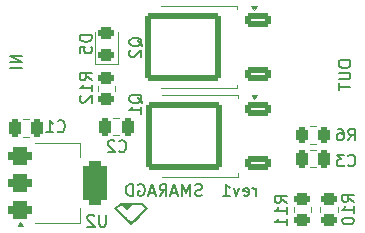
<source format=gbo>
G04 #@! TF.GenerationSoftware,KiCad,Pcbnew,7.0.11+dfsg-1build4*
G04 #@! TF.CreationDate,2025-07-05T19:07:05+02:00*
G04 #@! TF.ProjectId,25487,32353438-372e-46b6-9963-61645f706362,rev?*
G04 #@! TF.SameCoordinates,Original*
G04 #@! TF.FileFunction,Legend,Bot*
G04 #@! TF.FilePolarity,Positive*
%FSLAX46Y46*%
G04 Gerber Fmt 4.6, Leading zero omitted, Abs format (unit mm)*
G04 Created by KiCad (PCBNEW 7.0.11+dfsg-1build4) date 2025-07-05 19:07:05*
%MOMM*%
%LPD*%
G01*
G04 APERTURE LIST*
G04 Aperture macros list*
%AMRoundRect*
0 Rectangle with rounded corners*
0 $1 Rounding radius*
0 $2 $3 $4 $5 $6 $7 $8 $9 X,Y pos of 4 corners*
0 Add a 4 corners polygon primitive as box body*
4,1,4,$2,$3,$4,$5,$6,$7,$8,$9,$2,$3,0*
0 Add four circle primitives for the rounded corners*
1,1,$1+$1,$2,$3*
1,1,$1+$1,$4,$5*
1,1,$1+$1,$6,$7*
1,1,$1+$1,$8,$9*
0 Add four rect primitives between the rounded corners*
20,1,$1+$1,$2,$3,$4,$5,0*
20,1,$1+$1,$4,$5,$6,$7,0*
20,1,$1+$1,$6,$7,$8,$9,0*
20,1,$1+$1,$8,$9,$2,$3,0*%
G04 Aperture macros list end*
%ADD10C,0.200000*%
%ADD11C,0.150000*%
%ADD12C,0.100000*%
%ADD13C,0.120000*%
%ADD14R,1.700000X1.700000*%
%ADD15O,1.700000X1.700000*%
%ADD16R,3.000000X3.000000*%
%ADD17C,3.000000*%
%ADD18RoundRect,0.243750X0.456250X-0.243750X0.456250X0.243750X-0.456250X0.243750X-0.456250X-0.243750X0*%
%ADD19RoundRect,0.250000X0.262500X0.450000X-0.262500X0.450000X-0.262500X-0.450000X0.262500X-0.450000X0*%
%ADD20RoundRect,0.250000X-0.250000X-0.475000X0.250000X-0.475000X0.250000X0.475000X-0.250000X0.475000X0*%
%ADD21RoundRect,0.250000X0.450000X-0.262500X0.450000X0.262500X-0.450000X0.262500X-0.450000X-0.262500X0*%
%ADD22RoundRect,0.375000X-0.625000X-0.375000X0.625000X-0.375000X0.625000X0.375000X-0.625000X0.375000X0*%
%ADD23RoundRect,0.500000X-0.500000X-1.400000X0.500000X-1.400000X0.500000X1.400000X-0.500000X1.400000X0*%
%ADD24RoundRect,0.250000X-0.450000X0.262500X-0.450000X-0.262500X0.450000X-0.262500X0.450000X0.262500X0*%
%ADD25RoundRect,0.250000X0.850000X0.350000X-0.850000X0.350000X-0.850000X-0.350000X0.850000X-0.350000X0*%
%ADD26RoundRect,0.249997X2.950003X2.650003X-2.950003X2.650003X-2.950003X-2.650003X2.950003X-2.650003X0*%
%ADD27RoundRect,0.250000X0.250000X0.475000X-0.250000X0.475000X-0.250000X-0.475000X0.250000X-0.475000X0*%
G04 APERTURE END LIST*
D10*
X116977945Y-116319600D02*
X116835088Y-116367219D01*
X116835088Y-116367219D02*
X116596993Y-116367219D01*
X116596993Y-116367219D02*
X116501755Y-116319600D01*
X116501755Y-116319600D02*
X116454136Y-116271980D01*
X116454136Y-116271980D02*
X116406517Y-116176742D01*
X116406517Y-116176742D02*
X116406517Y-116081504D01*
X116406517Y-116081504D02*
X116454136Y-115986266D01*
X116454136Y-115986266D02*
X116501755Y-115938647D01*
X116501755Y-115938647D02*
X116596993Y-115891028D01*
X116596993Y-115891028D02*
X116787469Y-115843409D01*
X116787469Y-115843409D02*
X116882707Y-115795790D01*
X116882707Y-115795790D02*
X116930326Y-115748171D01*
X116930326Y-115748171D02*
X116977945Y-115652933D01*
X116977945Y-115652933D02*
X116977945Y-115557695D01*
X116977945Y-115557695D02*
X116930326Y-115462457D01*
X116930326Y-115462457D02*
X116882707Y-115414838D01*
X116882707Y-115414838D02*
X116787469Y-115367219D01*
X116787469Y-115367219D02*
X116549374Y-115367219D01*
X116549374Y-115367219D02*
X116406517Y-115414838D01*
X115977945Y-116367219D02*
X115977945Y-115367219D01*
X115977945Y-115367219D02*
X115644612Y-116081504D01*
X115644612Y-116081504D02*
X115311279Y-115367219D01*
X115311279Y-115367219D02*
X115311279Y-116367219D01*
X114882707Y-116081504D02*
X114406517Y-116081504D01*
X114977945Y-116367219D02*
X114644612Y-115367219D01*
X114644612Y-115367219D02*
X114311279Y-116367219D01*
X113406517Y-116367219D02*
X113739850Y-115891028D01*
X113977945Y-116367219D02*
X113977945Y-115367219D01*
X113977945Y-115367219D02*
X113596993Y-115367219D01*
X113596993Y-115367219D02*
X113501755Y-115414838D01*
X113501755Y-115414838D02*
X113454136Y-115462457D01*
X113454136Y-115462457D02*
X113406517Y-115557695D01*
X113406517Y-115557695D02*
X113406517Y-115700552D01*
X113406517Y-115700552D02*
X113454136Y-115795790D01*
X113454136Y-115795790D02*
X113501755Y-115843409D01*
X113501755Y-115843409D02*
X113596993Y-115891028D01*
X113596993Y-115891028D02*
X113977945Y-115891028D01*
X113025564Y-116081504D02*
X112549374Y-116081504D01*
X113120802Y-116367219D02*
X112787469Y-115367219D01*
X112787469Y-115367219D02*
X112454136Y-116367219D01*
X111596993Y-115414838D02*
X111692231Y-115367219D01*
X111692231Y-115367219D02*
X111835088Y-115367219D01*
X111835088Y-115367219D02*
X111977945Y-115414838D01*
X111977945Y-115414838D02*
X112073183Y-115510076D01*
X112073183Y-115510076D02*
X112120802Y-115605314D01*
X112120802Y-115605314D02*
X112168421Y-115795790D01*
X112168421Y-115795790D02*
X112168421Y-115938647D01*
X112168421Y-115938647D02*
X112120802Y-116129123D01*
X112120802Y-116129123D02*
X112073183Y-116224361D01*
X112073183Y-116224361D02*
X111977945Y-116319600D01*
X111977945Y-116319600D02*
X111835088Y-116367219D01*
X111835088Y-116367219D02*
X111739850Y-116367219D01*
X111739850Y-116367219D02*
X111596993Y-116319600D01*
X111596993Y-116319600D02*
X111549374Y-116271980D01*
X111549374Y-116271980D02*
X111549374Y-115938647D01*
X111549374Y-115938647D02*
X111739850Y-115938647D01*
X111120802Y-116367219D02*
X111120802Y-115367219D01*
X111120802Y-115367219D02*
X110882707Y-115367219D01*
X110882707Y-115367219D02*
X110739850Y-115414838D01*
X110739850Y-115414838D02*
X110644612Y-115510076D01*
X110644612Y-115510076D02*
X110596993Y-115605314D01*
X110596993Y-115605314D02*
X110549374Y-115795790D01*
X110549374Y-115795790D02*
X110549374Y-115938647D01*
X110549374Y-115938647D02*
X110596993Y-116129123D01*
X110596993Y-116129123D02*
X110644612Y-116224361D01*
X110644612Y-116224361D02*
X110739850Y-116319600D01*
X110739850Y-116319600D02*
X110882707Y-116367219D01*
X110882707Y-116367219D02*
X111120802Y-116367219D01*
X121530326Y-116367219D02*
X121530326Y-115700552D01*
X121530326Y-115891028D02*
X121482707Y-115795790D01*
X121482707Y-115795790D02*
X121435088Y-115748171D01*
X121435088Y-115748171D02*
X121339850Y-115700552D01*
X121339850Y-115700552D02*
X121244612Y-115700552D01*
X120530326Y-116319600D02*
X120625564Y-116367219D01*
X120625564Y-116367219D02*
X120816040Y-116367219D01*
X120816040Y-116367219D02*
X120911278Y-116319600D01*
X120911278Y-116319600D02*
X120958897Y-116224361D01*
X120958897Y-116224361D02*
X120958897Y-115843409D01*
X120958897Y-115843409D02*
X120911278Y-115748171D01*
X120911278Y-115748171D02*
X120816040Y-115700552D01*
X120816040Y-115700552D02*
X120625564Y-115700552D01*
X120625564Y-115700552D02*
X120530326Y-115748171D01*
X120530326Y-115748171D02*
X120482707Y-115843409D01*
X120482707Y-115843409D02*
X120482707Y-115938647D01*
X120482707Y-115938647D02*
X120958897Y-116033885D01*
X120149373Y-115700552D02*
X119911278Y-116367219D01*
X119911278Y-116367219D02*
X119673183Y-115700552D01*
X118768421Y-116367219D02*
X119339849Y-116367219D01*
X119054135Y-116367219D02*
X119054135Y-115367219D01*
X119054135Y-115367219D02*
X119149373Y-115510076D01*
X119149373Y-115510076D02*
X119244611Y-115605314D01*
X119244611Y-115605314D02*
X119339849Y-115652933D01*
X128567219Y-105060149D02*
X128567219Y-105250625D01*
X128567219Y-105250625D02*
X128614838Y-105345863D01*
X128614838Y-105345863D02*
X128710076Y-105441101D01*
X128710076Y-105441101D02*
X128900552Y-105488720D01*
X128900552Y-105488720D02*
X129233885Y-105488720D01*
X129233885Y-105488720D02*
X129424361Y-105441101D01*
X129424361Y-105441101D02*
X129519600Y-105345863D01*
X129519600Y-105345863D02*
X129567219Y-105250625D01*
X129567219Y-105250625D02*
X129567219Y-105060149D01*
X129567219Y-105060149D02*
X129519600Y-104964911D01*
X129519600Y-104964911D02*
X129424361Y-104869673D01*
X129424361Y-104869673D02*
X129233885Y-104822054D01*
X129233885Y-104822054D02*
X128900552Y-104822054D01*
X128900552Y-104822054D02*
X128710076Y-104869673D01*
X128710076Y-104869673D02*
X128614838Y-104964911D01*
X128614838Y-104964911D02*
X128567219Y-105060149D01*
X128567219Y-105917292D02*
X129376742Y-105917292D01*
X129376742Y-105917292D02*
X129471980Y-105964911D01*
X129471980Y-105964911D02*
X129519600Y-106012530D01*
X129519600Y-106012530D02*
X129567219Y-106107768D01*
X129567219Y-106107768D02*
X129567219Y-106298244D01*
X129567219Y-106298244D02*
X129519600Y-106393482D01*
X129519600Y-106393482D02*
X129471980Y-106441101D01*
X129471980Y-106441101D02*
X129376742Y-106488720D01*
X129376742Y-106488720D02*
X128567219Y-106488720D01*
X128567219Y-106822054D02*
X128567219Y-107393482D01*
X129567219Y-107107768D02*
X128567219Y-107107768D01*
X100732780Y-105530326D02*
X101732780Y-105530326D01*
X100732780Y-105054136D02*
X101732780Y-105054136D01*
X101732780Y-105054136D02*
X100732780Y-104482708D01*
X100732780Y-104482708D02*
X101732780Y-104482708D01*
D11*
X107654819Y-102761905D02*
X106654819Y-102761905D01*
X106654819Y-102761905D02*
X106654819Y-103000000D01*
X106654819Y-103000000D02*
X106702438Y-103142857D01*
X106702438Y-103142857D02*
X106797676Y-103238095D01*
X106797676Y-103238095D02*
X106892914Y-103285714D01*
X106892914Y-103285714D02*
X107083390Y-103333333D01*
X107083390Y-103333333D02*
X107226247Y-103333333D01*
X107226247Y-103333333D02*
X107416723Y-103285714D01*
X107416723Y-103285714D02*
X107511961Y-103238095D01*
X107511961Y-103238095D02*
X107607200Y-103142857D01*
X107607200Y-103142857D02*
X107654819Y-103000000D01*
X107654819Y-103000000D02*
X107654819Y-102761905D01*
X106654819Y-104238095D02*
X106654819Y-103761905D01*
X106654819Y-103761905D02*
X107131009Y-103714286D01*
X107131009Y-103714286D02*
X107083390Y-103761905D01*
X107083390Y-103761905D02*
X107035771Y-103857143D01*
X107035771Y-103857143D02*
X107035771Y-104095238D01*
X107035771Y-104095238D02*
X107083390Y-104190476D01*
X107083390Y-104190476D02*
X107131009Y-104238095D01*
X107131009Y-104238095D02*
X107226247Y-104285714D01*
X107226247Y-104285714D02*
X107464342Y-104285714D01*
X107464342Y-104285714D02*
X107559580Y-104238095D01*
X107559580Y-104238095D02*
X107607200Y-104190476D01*
X107607200Y-104190476D02*
X107654819Y-104095238D01*
X107654819Y-104095238D02*
X107654819Y-103857143D01*
X107654819Y-103857143D02*
X107607200Y-103761905D01*
X107607200Y-103761905D02*
X107559580Y-103714286D01*
X129366666Y-111654819D02*
X129699999Y-111178628D01*
X129938094Y-111654819D02*
X129938094Y-110654819D01*
X129938094Y-110654819D02*
X129557142Y-110654819D01*
X129557142Y-110654819D02*
X129461904Y-110702438D01*
X129461904Y-110702438D02*
X129414285Y-110750057D01*
X129414285Y-110750057D02*
X129366666Y-110845295D01*
X129366666Y-110845295D02*
X129366666Y-110988152D01*
X129366666Y-110988152D02*
X129414285Y-111083390D01*
X129414285Y-111083390D02*
X129461904Y-111131009D01*
X129461904Y-111131009D02*
X129557142Y-111178628D01*
X129557142Y-111178628D02*
X129938094Y-111178628D01*
X128509523Y-110654819D02*
X128699999Y-110654819D01*
X128699999Y-110654819D02*
X128795237Y-110702438D01*
X128795237Y-110702438D02*
X128842856Y-110750057D01*
X128842856Y-110750057D02*
X128938094Y-110892914D01*
X128938094Y-110892914D02*
X128985713Y-111083390D01*
X128985713Y-111083390D02*
X128985713Y-111464342D01*
X128985713Y-111464342D02*
X128938094Y-111559580D01*
X128938094Y-111559580D02*
X128890475Y-111607200D01*
X128890475Y-111607200D02*
X128795237Y-111654819D01*
X128795237Y-111654819D02*
X128604761Y-111654819D01*
X128604761Y-111654819D02*
X128509523Y-111607200D01*
X128509523Y-111607200D02*
X128461904Y-111559580D01*
X128461904Y-111559580D02*
X128414285Y-111464342D01*
X128414285Y-111464342D02*
X128414285Y-111226247D01*
X128414285Y-111226247D02*
X128461904Y-111131009D01*
X128461904Y-111131009D02*
X128509523Y-111083390D01*
X128509523Y-111083390D02*
X128604761Y-111035771D01*
X128604761Y-111035771D02*
X128795237Y-111035771D01*
X128795237Y-111035771D02*
X128890475Y-111083390D01*
X128890475Y-111083390D02*
X128938094Y-111131009D01*
X128938094Y-111131009D02*
X128985713Y-111226247D01*
X129366666Y-113759580D02*
X129414285Y-113807200D01*
X129414285Y-113807200D02*
X129557142Y-113854819D01*
X129557142Y-113854819D02*
X129652380Y-113854819D01*
X129652380Y-113854819D02*
X129795237Y-113807200D01*
X129795237Y-113807200D02*
X129890475Y-113711961D01*
X129890475Y-113711961D02*
X129938094Y-113616723D01*
X129938094Y-113616723D02*
X129985713Y-113426247D01*
X129985713Y-113426247D02*
X129985713Y-113283390D01*
X129985713Y-113283390D02*
X129938094Y-113092914D01*
X129938094Y-113092914D02*
X129890475Y-112997676D01*
X129890475Y-112997676D02*
X129795237Y-112902438D01*
X129795237Y-112902438D02*
X129652380Y-112854819D01*
X129652380Y-112854819D02*
X129557142Y-112854819D01*
X129557142Y-112854819D02*
X129414285Y-112902438D01*
X129414285Y-112902438D02*
X129366666Y-112950057D01*
X129033332Y-112854819D02*
X128414285Y-112854819D01*
X128414285Y-112854819D02*
X128747618Y-113235771D01*
X128747618Y-113235771D02*
X128604761Y-113235771D01*
X128604761Y-113235771D02*
X128509523Y-113283390D01*
X128509523Y-113283390D02*
X128461904Y-113331009D01*
X128461904Y-113331009D02*
X128414285Y-113426247D01*
X128414285Y-113426247D02*
X128414285Y-113664342D01*
X128414285Y-113664342D02*
X128461904Y-113759580D01*
X128461904Y-113759580D02*
X128509523Y-113807200D01*
X128509523Y-113807200D02*
X128604761Y-113854819D01*
X128604761Y-113854819D02*
X128890475Y-113854819D01*
X128890475Y-113854819D02*
X128985713Y-113807200D01*
X128985713Y-113807200D02*
X129033332Y-113759580D01*
X129854819Y-116857142D02*
X129378628Y-116523809D01*
X129854819Y-116285714D02*
X128854819Y-116285714D01*
X128854819Y-116285714D02*
X128854819Y-116666666D01*
X128854819Y-116666666D02*
X128902438Y-116761904D01*
X128902438Y-116761904D02*
X128950057Y-116809523D01*
X128950057Y-116809523D02*
X129045295Y-116857142D01*
X129045295Y-116857142D02*
X129188152Y-116857142D01*
X129188152Y-116857142D02*
X129283390Y-116809523D01*
X129283390Y-116809523D02*
X129331009Y-116761904D01*
X129331009Y-116761904D02*
X129378628Y-116666666D01*
X129378628Y-116666666D02*
X129378628Y-116285714D01*
X129854819Y-117809523D02*
X129854819Y-117238095D01*
X129854819Y-117523809D02*
X128854819Y-117523809D01*
X128854819Y-117523809D02*
X128997676Y-117428571D01*
X128997676Y-117428571D02*
X129092914Y-117333333D01*
X129092914Y-117333333D02*
X129140533Y-117238095D01*
X128854819Y-118428571D02*
X128854819Y-118523809D01*
X128854819Y-118523809D02*
X128902438Y-118619047D01*
X128902438Y-118619047D02*
X128950057Y-118666666D01*
X128950057Y-118666666D02*
X129045295Y-118714285D01*
X129045295Y-118714285D02*
X129235771Y-118761904D01*
X129235771Y-118761904D02*
X129473866Y-118761904D01*
X129473866Y-118761904D02*
X129664342Y-118714285D01*
X129664342Y-118714285D02*
X129759580Y-118666666D01*
X129759580Y-118666666D02*
X129807200Y-118619047D01*
X129807200Y-118619047D02*
X129854819Y-118523809D01*
X129854819Y-118523809D02*
X129854819Y-118428571D01*
X129854819Y-118428571D02*
X129807200Y-118333333D01*
X129807200Y-118333333D02*
X129759580Y-118285714D01*
X129759580Y-118285714D02*
X129664342Y-118238095D01*
X129664342Y-118238095D02*
X129473866Y-118190476D01*
X129473866Y-118190476D02*
X129235771Y-118190476D01*
X129235771Y-118190476D02*
X129045295Y-118238095D01*
X129045295Y-118238095D02*
X128950057Y-118285714D01*
X128950057Y-118285714D02*
X128902438Y-118333333D01*
X128902438Y-118333333D02*
X128854819Y-118428571D01*
X108861904Y-117954819D02*
X108861904Y-118764342D01*
X108861904Y-118764342D02*
X108814285Y-118859580D01*
X108814285Y-118859580D02*
X108766666Y-118907200D01*
X108766666Y-118907200D02*
X108671428Y-118954819D01*
X108671428Y-118954819D02*
X108480952Y-118954819D01*
X108480952Y-118954819D02*
X108385714Y-118907200D01*
X108385714Y-118907200D02*
X108338095Y-118859580D01*
X108338095Y-118859580D02*
X108290476Y-118764342D01*
X108290476Y-118764342D02*
X108290476Y-117954819D01*
X107861904Y-118050057D02*
X107814285Y-118002438D01*
X107814285Y-118002438D02*
X107719047Y-117954819D01*
X107719047Y-117954819D02*
X107480952Y-117954819D01*
X107480952Y-117954819D02*
X107385714Y-118002438D01*
X107385714Y-118002438D02*
X107338095Y-118050057D01*
X107338095Y-118050057D02*
X107290476Y-118145295D01*
X107290476Y-118145295D02*
X107290476Y-118240533D01*
X107290476Y-118240533D02*
X107338095Y-118383390D01*
X107338095Y-118383390D02*
X107909523Y-118954819D01*
X107909523Y-118954819D02*
X107290476Y-118954819D01*
X124154819Y-116957142D02*
X123678628Y-116623809D01*
X124154819Y-116385714D02*
X123154819Y-116385714D01*
X123154819Y-116385714D02*
X123154819Y-116766666D01*
X123154819Y-116766666D02*
X123202438Y-116861904D01*
X123202438Y-116861904D02*
X123250057Y-116909523D01*
X123250057Y-116909523D02*
X123345295Y-116957142D01*
X123345295Y-116957142D02*
X123488152Y-116957142D01*
X123488152Y-116957142D02*
X123583390Y-116909523D01*
X123583390Y-116909523D02*
X123631009Y-116861904D01*
X123631009Y-116861904D02*
X123678628Y-116766666D01*
X123678628Y-116766666D02*
X123678628Y-116385714D01*
X124154819Y-117909523D02*
X124154819Y-117338095D01*
X124154819Y-117623809D02*
X123154819Y-117623809D01*
X123154819Y-117623809D02*
X123297676Y-117528571D01*
X123297676Y-117528571D02*
X123392914Y-117433333D01*
X123392914Y-117433333D02*
X123440533Y-117338095D01*
X124154819Y-118861904D02*
X124154819Y-118290476D01*
X124154819Y-118576190D02*
X123154819Y-118576190D01*
X123154819Y-118576190D02*
X123297676Y-118480952D01*
X123297676Y-118480952D02*
X123392914Y-118385714D01*
X123392914Y-118385714D02*
X123440533Y-118290476D01*
X107654819Y-106557142D02*
X107178628Y-106223809D01*
X107654819Y-105985714D02*
X106654819Y-105985714D01*
X106654819Y-105985714D02*
X106654819Y-106366666D01*
X106654819Y-106366666D02*
X106702438Y-106461904D01*
X106702438Y-106461904D02*
X106750057Y-106509523D01*
X106750057Y-106509523D02*
X106845295Y-106557142D01*
X106845295Y-106557142D02*
X106988152Y-106557142D01*
X106988152Y-106557142D02*
X107083390Y-106509523D01*
X107083390Y-106509523D02*
X107131009Y-106461904D01*
X107131009Y-106461904D02*
X107178628Y-106366666D01*
X107178628Y-106366666D02*
X107178628Y-105985714D01*
X107654819Y-107509523D02*
X107654819Y-106938095D01*
X107654819Y-107223809D02*
X106654819Y-107223809D01*
X106654819Y-107223809D02*
X106797676Y-107128571D01*
X106797676Y-107128571D02*
X106892914Y-107033333D01*
X106892914Y-107033333D02*
X106940533Y-106938095D01*
X106750057Y-107890476D02*
X106702438Y-107938095D01*
X106702438Y-107938095D02*
X106654819Y-108033333D01*
X106654819Y-108033333D02*
X106654819Y-108271428D01*
X106654819Y-108271428D02*
X106702438Y-108366666D01*
X106702438Y-108366666D02*
X106750057Y-108414285D01*
X106750057Y-108414285D02*
X106845295Y-108461904D01*
X106845295Y-108461904D02*
X106940533Y-108461904D01*
X106940533Y-108461904D02*
X107083390Y-108414285D01*
X107083390Y-108414285D02*
X107654819Y-107842857D01*
X107654819Y-107842857D02*
X107654819Y-108461904D01*
X111950057Y-103704761D02*
X111902438Y-103609523D01*
X111902438Y-103609523D02*
X111807200Y-103514285D01*
X111807200Y-103514285D02*
X111664342Y-103371428D01*
X111664342Y-103371428D02*
X111616723Y-103276190D01*
X111616723Y-103276190D02*
X111616723Y-103180952D01*
X111854819Y-103228571D02*
X111807200Y-103133333D01*
X111807200Y-103133333D02*
X111711961Y-103038095D01*
X111711961Y-103038095D02*
X111521485Y-102990476D01*
X111521485Y-102990476D02*
X111188152Y-102990476D01*
X111188152Y-102990476D02*
X110997676Y-103038095D01*
X110997676Y-103038095D02*
X110902438Y-103133333D01*
X110902438Y-103133333D02*
X110854819Y-103228571D01*
X110854819Y-103228571D02*
X110854819Y-103419047D01*
X110854819Y-103419047D02*
X110902438Y-103514285D01*
X110902438Y-103514285D02*
X110997676Y-103609523D01*
X110997676Y-103609523D02*
X111188152Y-103657142D01*
X111188152Y-103657142D02*
X111521485Y-103657142D01*
X111521485Y-103657142D02*
X111711961Y-103609523D01*
X111711961Y-103609523D02*
X111807200Y-103514285D01*
X111807200Y-103514285D02*
X111854819Y-103419047D01*
X111854819Y-103419047D02*
X111854819Y-103228571D01*
X110950057Y-104038095D02*
X110902438Y-104085714D01*
X110902438Y-104085714D02*
X110854819Y-104180952D01*
X110854819Y-104180952D02*
X110854819Y-104419047D01*
X110854819Y-104419047D02*
X110902438Y-104514285D01*
X110902438Y-104514285D02*
X110950057Y-104561904D01*
X110950057Y-104561904D02*
X111045295Y-104609523D01*
X111045295Y-104609523D02*
X111140533Y-104609523D01*
X111140533Y-104609523D02*
X111283390Y-104561904D01*
X111283390Y-104561904D02*
X111854819Y-103990476D01*
X111854819Y-103990476D02*
X111854819Y-104609523D01*
X111950057Y-108504761D02*
X111902438Y-108409523D01*
X111902438Y-108409523D02*
X111807200Y-108314285D01*
X111807200Y-108314285D02*
X111664342Y-108171428D01*
X111664342Y-108171428D02*
X111616723Y-108076190D01*
X111616723Y-108076190D02*
X111616723Y-107980952D01*
X111854819Y-108028571D02*
X111807200Y-107933333D01*
X111807200Y-107933333D02*
X111711961Y-107838095D01*
X111711961Y-107838095D02*
X111521485Y-107790476D01*
X111521485Y-107790476D02*
X111188152Y-107790476D01*
X111188152Y-107790476D02*
X110997676Y-107838095D01*
X110997676Y-107838095D02*
X110902438Y-107933333D01*
X110902438Y-107933333D02*
X110854819Y-108028571D01*
X110854819Y-108028571D02*
X110854819Y-108219047D01*
X110854819Y-108219047D02*
X110902438Y-108314285D01*
X110902438Y-108314285D02*
X110997676Y-108409523D01*
X110997676Y-108409523D02*
X111188152Y-108457142D01*
X111188152Y-108457142D02*
X111521485Y-108457142D01*
X111521485Y-108457142D02*
X111711961Y-108409523D01*
X111711961Y-108409523D02*
X111807200Y-108314285D01*
X111807200Y-108314285D02*
X111854819Y-108219047D01*
X111854819Y-108219047D02*
X111854819Y-108028571D01*
X111854819Y-109409523D02*
X111854819Y-108838095D01*
X111854819Y-109123809D02*
X110854819Y-109123809D01*
X110854819Y-109123809D02*
X110997676Y-109028571D01*
X110997676Y-109028571D02*
X111092914Y-108933333D01*
X111092914Y-108933333D02*
X111140533Y-108838095D01*
X109966666Y-112559580D02*
X110014285Y-112607200D01*
X110014285Y-112607200D02*
X110157142Y-112654819D01*
X110157142Y-112654819D02*
X110252380Y-112654819D01*
X110252380Y-112654819D02*
X110395237Y-112607200D01*
X110395237Y-112607200D02*
X110490475Y-112511961D01*
X110490475Y-112511961D02*
X110538094Y-112416723D01*
X110538094Y-112416723D02*
X110585713Y-112226247D01*
X110585713Y-112226247D02*
X110585713Y-112083390D01*
X110585713Y-112083390D02*
X110538094Y-111892914D01*
X110538094Y-111892914D02*
X110490475Y-111797676D01*
X110490475Y-111797676D02*
X110395237Y-111702438D01*
X110395237Y-111702438D02*
X110252380Y-111654819D01*
X110252380Y-111654819D02*
X110157142Y-111654819D01*
X110157142Y-111654819D02*
X110014285Y-111702438D01*
X110014285Y-111702438D02*
X109966666Y-111750057D01*
X109585713Y-111750057D02*
X109538094Y-111702438D01*
X109538094Y-111702438D02*
X109442856Y-111654819D01*
X109442856Y-111654819D02*
X109204761Y-111654819D01*
X109204761Y-111654819D02*
X109109523Y-111702438D01*
X109109523Y-111702438D02*
X109061904Y-111750057D01*
X109061904Y-111750057D02*
X109014285Y-111845295D01*
X109014285Y-111845295D02*
X109014285Y-111940533D01*
X109014285Y-111940533D02*
X109061904Y-112083390D01*
X109061904Y-112083390D02*
X109633332Y-112654819D01*
X109633332Y-112654819D02*
X109014285Y-112654819D01*
X104766666Y-110859580D02*
X104814285Y-110907200D01*
X104814285Y-110907200D02*
X104957142Y-110954819D01*
X104957142Y-110954819D02*
X105052380Y-110954819D01*
X105052380Y-110954819D02*
X105195237Y-110907200D01*
X105195237Y-110907200D02*
X105290475Y-110811961D01*
X105290475Y-110811961D02*
X105338094Y-110716723D01*
X105338094Y-110716723D02*
X105385713Y-110526247D01*
X105385713Y-110526247D02*
X105385713Y-110383390D01*
X105385713Y-110383390D02*
X105338094Y-110192914D01*
X105338094Y-110192914D02*
X105290475Y-110097676D01*
X105290475Y-110097676D02*
X105195237Y-110002438D01*
X105195237Y-110002438D02*
X105052380Y-109954819D01*
X105052380Y-109954819D02*
X104957142Y-109954819D01*
X104957142Y-109954819D02*
X104814285Y-110002438D01*
X104814285Y-110002438D02*
X104766666Y-110050057D01*
X103814285Y-110954819D02*
X104385713Y-110954819D01*
X104099999Y-110954819D02*
X104099999Y-109954819D01*
X104099999Y-109954819D02*
X104195237Y-110097676D01*
X104195237Y-110097676D02*
X104290475Y-110192914D01*
X104290475Y-110192914D02*
X104385713Y-110240533D01*
D12*
X110749780Y-117146466D02*
X110505155Y-117146466D01*
X110644680Y-117250720D02*
X110690967Y-117205733D01*
X110505155Y-117146466D02*
X110644680Y-117250720D01*
G36*
X112447838Y-117413092D02*
G01*
X111726054Y-118134912D01*
X111656467Y-118204484D01*
X111566943Y-118293926D01*
X111481301Y-118379425D01*
X111400273Y-118460249D01*
X111324596Y-118535667D01*
X111255005Y-118604950D01*
X111192234Y-118667365D01*
X111137019Y-118722183D01*
X111090094Y-118768672D01*
X111052195Y-118806103D01*
X111024056Y-118833743D01*
X111006413Y-118850864D01*
X111000000Y-118856733D01*
X110996244Y-118853387D01*
X110981306Y-118838976D01*
X110955691Y-118813865D01*
X110920135Y-118778782D01*
X110875373Y-118734460D01*
X110822138Y-118681630D01*
X110761168Y-118621021D01*
X110693196Y-118553364D01*
X110618957Y-118479391D01*
X110539187Y-118399833D01*
X110454620Y-118315419D01*
X110365992Y-118226881D01*
X110274037Y-118134949D01*
X109552461Y-117413283D01*
X109840137Y-117413283D01*
X110417975Y-117991074D01*
X110452010Y-118025099D01*
X110532852Y-118105858D01*
X110609959Y-118182802D01*
X110682508Y-118255115D01*
X110749675Y-118321980D01*
X110810638Y-118382579D01*
X110864574Y-118436097D01*
X110910660Y-118481715D01*
X110948073Y-118518619D01*
X110975991Y-118545989D01*
X110993589Y-118563011D01*
X111000047Y-118568866D01*
X111001298Y-118567865D01*
X111012430Y-118557324D01*
X111034364Y-118535951D01*
X111066279Y-118504564D01*
X111107351Y-118463978D01*
X111156757Y-118415012D01*
X111213675Y-118358482D01*
X111277282Y-118295204D01*
X111346755Y-118225996D01*
X111421272Y-118151674D01*
X111500009Y-118073055D01*
X111582144Y-117990957D01*
X112160007Y-117413047D01*
X112022294Y-117275523D01*
X111884580Y-117137999D01*
X111465636Y-117137999D01*
X111046692Y-117138000D01*
X111038221Y-117146466D01*
X110837079Y-117347486D01*
X110627467Y-117556972D01*
X110417855Y-117347486D01*
X110216714Y-117146466D01*
X110505155Y-117146466D01*
X110563967Y-117205733D01*
X110580409Y-117222116D01*
X110603278Y-117244210D01*
X110619892Y-117259369D01*
X110627467Y-117264999D01*
X110631063Y-117262682D01*
X110644680Y-117250720D01*
X110665575Y-117230872D01*
X110690967Y-117205733D01*
X110749780Y-117146466D01*
X110627467Y-117146466D01*
X110505155Y-117146466D01*
X110216714Y-117146466D01*
X110208243Y-117138000D01*
X110161642Y-117138000D01*
X110115041Y-117138000D01*
X109977589Y-117275641D01*
X109840137Y-117413283D01*
X109552461Y-117413283D01*
X109552344Y-117413166D01*
X109791143Y-117173983D01*
X110029943Y-116934799D01*
X110999633Y-116934800D01*
X111969324Y-116934800D01*
X112208581Y-117173946D01*
X112447793Y-117413047D01*
X112447838Y-117413092D01*
G37*
D13*
X107940000Y-105185000D02*
X107940000Y-102500000D01*
X109860000Y-105185000D02*
X107940000Y-105185000D01*
X109860000Y-102500000D02*
X109860000Y-105185000D01*
X126627064Y-111935000D02*
X126172936Y-111935000D01*
X126627064Y-110465000D02*
X126172936Y-110465000D01*
X126138748Y-112465000D02*
X126661252Y-112465000D01*
X126138748Y-113935000D02*
X126661252Y-113935000D01*
X127015000Y-117727064D02*
X127015000Y-117272936D01*
X128485000Y-117727064D02*
X128485000Y-117272936D01*
X102900000Y-111840000D02*
X106660000Y-111840000D01*
X102900000Y-118660000D02*
X106660000Y-118660000D01*
X106660000Y-111840000D02*
X106660000Y-113100000D01*
X106660000Y-118660000D02*
X106660000Y-117400000D01*
X101860000Y-118890000D02*
X101380000Y-118890000D01*
X101620000Y-118560000D01*
X101860000Y-118890000D01*
G36*
X101860000Y-118890000D02*
G01*
X101380000Y-118890000D01*
X101620000Y-118560000D01*
X101860000Y-118890000D01*
G37*
X124765000Y-117727064D02*
X124765000Y-117272936D01*
X126235000Y-117727064D02*
X126235000Y-117272936D01*
X109635000Y-107022936D02*
X109635000Y-107477064D01*
X108165000Y-107022936D02*
X108165000Y-107477064D01*
X119970000Y-107202500D02*
X119970000Y-106932500D01*
X119970000Y-100302500D02*
X119970000Y-100572500D01*
X113550000Y-107202500D02*
X119970000Y-107202500D01*
X113550000Y-100302500D02*
X119970000Y-100302500D01*
X121390000Y-100612500D02*
X121150000Y-100282500D01*
X121630000Y-100282500D01*
X121390000Y-100612500D01*
G36*
X121390000Y-100612500D02*
G01*
X121150000Y-100282500D01*
X121630000Y-100282500D01*
X121390000Y-100612500D01*
G37*
X120020000Y-114730000D02*
X120020000Y-114460000D01*
X120020000Y-107830000D02*
X120020000Y-108100000D01*
X113600000Y-114730000D02*
X120020000Y-114730000D01*
X113600000Y-107830000D02*
X120020000Y-107830000D01*
X121440000Y-108140000D02*
X121200000Y-107810000D01*
X121680000Y-107810000D01*
X121440000Y-108140000D01*
G36*
X121440000Y-108140000D02*
G01*
X121200000Y-107810000D01*
X121680000Y-107810000D01*
X121440000Y-108140000D01*
G37*
X109488748Y-109765000D02*
X110011252Y-109765000D01*
X109488748Y-111235000D02*
X110011252Y-111235000D01*
X102361252Y-111335000D02*
X101838748Y-111335000D01*
X102361252Y-109865000D02*
X101838748Y-109865000D01*
%LPC*%
D14*
X121300000Y-118000000D03*
D15*
X118760000Y-118000000D03*
X116220000Y-118000000D03*
X113680000Y-118000000D03*
D16*
X104000000Y-107830000D03*
D17*
X104000000Y-102750000D03*
D16*
X126500000Y-102710000D03*
D17*
X126500000Y-107790000D03*
D18*
X108900000Y-104437500D03*
X108900000Y-102562500D03*
D19*
X127312500Y-111200000D03*
X125487500Y-111200000D03*
D20*
X125450000Y-113200000D03*
X127350000Y-113200000D03*
D21*
X127750000Y-118412500D03*
X127750000Y-116587500D03*
D22*
X101600000Y-117550000D03*
X101600000Y-115250000D03*
D23*
X107900000Y-115250000D03*
D22*
X101600000Y-112950000D03*
D21*
X125500000Y-118412500D03*
X125500000Y-116587500D03*
D24*
X108900000Y-106337500D03*
X108900000Y-108162500D03*
D25*
X121700000Y-101472500D03*
D26*
X115400000Y-103752500D03*
D25*
X121700000Y-106032500D03*
X121750000Y-109000000D03*
D26*
X115450000Y-111280000D03*
D25*
X121750000Y-113560000D03*
D20*
X108800000Y-110500000D03*
X110700000Y-110500000D03*
D27*
X103050000Y-110600000D03*
X101150000Y-110600000D03*
%LPD*%
M02*

</source>
